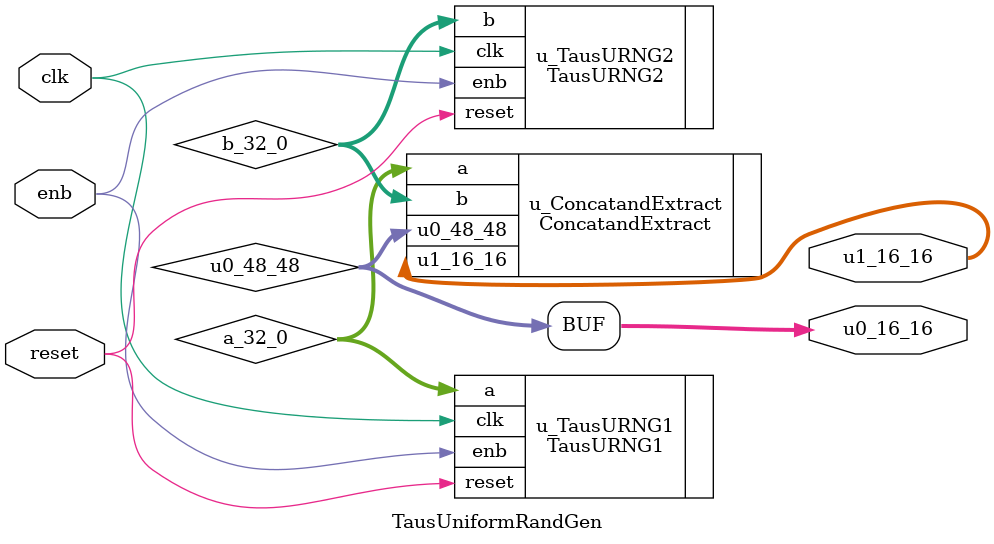
<source format=v>



`timescale 1 ns / 1 ns

module TausUniformRandGen
          (clk,
           reset,
           enb,
           u0_16_16,
           u1_16_16);


  input   clk;
  input   reset;
  input   enb;
  output  [47:0] u0_16_16;  // ufix48_En48
  output  [15:0] u1_16_16;  // ufix16_En16


  wire [31:0] a_32_0;  // uint32
  wire [31:0] b_32_0;  // uint32
  wire [47:0] u0_48_48;  // ufix48_En48


  TausURNG1 u_TausURNG1 (.clk(clk),
                         .reset(reset),
                         .enb(enb),
                         .a(a_32_0)  // uint32
                         );

  TausURNG2 u_TausURNG2 (.clk(clk),
                         .reset(reset),
                         .enb(enb),
                         .b(b_32_0)  // uint32
                         );

  ConcatandExtract u_ConcatandExtract (.a(a_32_0),  // uint32
                                       .b(b_32_0),  // uint32
                                       .u0_48_48(u0_48_48),  // ufix48_En48
                                       .u1_16_16(u1_16_16)  // ufix16_En16
                                       );

  assign u0_16_16 = u0_48_48;

endmodule  // TausUniformRandGen


</source>
